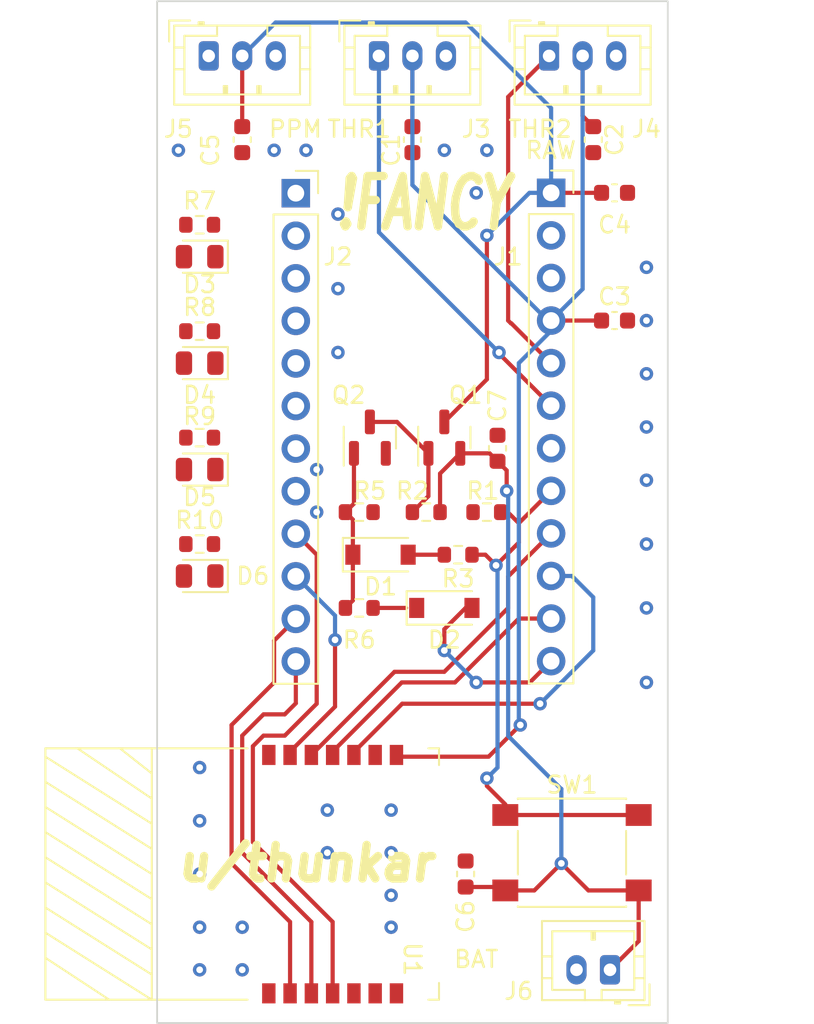
<source format=kicad_pcb>
(kicad_pcb (version 20211014) (generator pcbnew)
  (layers (0 "F.Cu" signal) (31 "B.Cu" signal) (34 "B.Paste" user) (35 "F.Paste" user) (36 "B.SilkS" user "B.Silkscreen") (37 "F.SilkS" user "F.Silkscreen") (38 "B.Mask" user) (39 "F.Mask" user) (44 "Edge.Cuts" user))
  (net 0 "")
  (net 1 "+5V")
  (net 2 "GND")
  (net 4 "+3V3")
  (net 5 "/MISO")
  (net 6 "/MOSI")
  (net 7 "Net-(D1-Pad1)")
  (net 11 "/NRESET")
  (net 12 "/DIO1")
  (net 13 "/RFBUSY")
  (net 16 "/SCK")
  (net 17 "/NSS")
  (net 18 "HALL2")
  (net 19 "HALL1")
  (net 20 "PPM")
  (net 21 "Net-(D1-Pad2)")
  (net 22 "Net-(D2-Pad1)")
  (net 23 "ON")
  (net 24 "Net-(Q1-Pad1)")
  (net 25 "VBAT")
  (net 26 "Net-(D4-Pad2)")
  (net 27 "Net-(D5-Pad2)")
  (net 28 "Net-(D6-Pad2)")
  (net 29 "L4")
  (net 30 "L3")
  (net 31 "L2")
  (net 32 "BSENSE")
  (net 33 "Net-(D3-Pad2)")
  (footprint "Resistor_SMD:R_0603_1608Metric" (layer "F.Cu") (at 137.795 90.17 180)
    (fp_text reference "R1" (at 0.237258 1.27 180) (layer "F.SilkS"))
    (fp_text value "220K")
    (fp_line (start -0.237258 0.5225) (end 0.237258 0.5225) (layer "F.SilkS") (width 0.12))
    (fp_line (start -0.237258 -0.5225) (end 0.237258 -0.5225) (layer "F.SilkS") (width 0.12))
    (pad "1" smd roundrect (at -0.825 0 180) (size 0.8 0.95) (layers "F.Cu" "F.Paste" "F.Mask") (net 32 "BSENSE"))
    (pad "2" smd roundrect (at 0.825 0 180) (size 0.8 0.95) (layers "F.Cu" "F.Paste" "F.Mask") (net 2 "GND"))
  )
  (footprint "Capacitor_SMD:C_0603_1608Metric" (layer "F.Cu") (at 144.145 67.945 -90)
    (fp_text reference "C2" (at 0 -1.27 -90) (layer "F.SilkS"))
    (fp_text value "1uF")
    (fp_line (start -0.14058 -0.51) (end 0.14058 -0.51) (layer "F.SilkS") (width 0.12))
    (fp_line (start -0.14058 0.51) (end 0.14058 0.51) (layer "F.SilkS") (width 0.12))
    (pad "1" smd roundrect (at -0.775 0 270) (size 0.9 0.95) (layers "F.Cu" "F.Paste" "F.Mask") (net 4 "+3V3"))
    (pad "2" smd roundrect (at 0.775 0 270) (size 0.9 0.95) (layers "F.Cu" "F.Paste" "F.Mask") (net 2 "GND"))
  )
  (footprint "Capacitor_SMD:C_0603_1608Metric" (layer "F.Cu") (at 123.19 67.945 -90)
    (fp_text reference "C5" (at 0.635 1.905 90) (layer "F.SilkS"))
    (fp_text value "1uF")
    (fp_line (start -0.14058 -0.51) (end 0.14058 -0.51) (layer "F.SilkS") (width 0.12))
    (fp_line (start -0.14058 0.51) (end 0.14058 0.51) (layer "F.SilkS") (width 0.12))
    (pad "1" smd roundrect (at -0.775 0 270) (size 0.9 0.95) (layers "F.Cu" "F.Paste" "F.Mask") (net 1 "+5V"))
    (pad "2" smd roundrect (at 0.775 0 270) (size 0.9 0.95) (layers "F.Cu" "F.Paste" "F.Mask") (net 2 "GND"))
  )
  (footprint "Resistor_SMD:R_0603_1608Metric" (layer "F.Cu") (at 120.65 85.725)
    (fp_text reference "R9" (at 0 -1.27) (layer "F.SilkS"))
    (fp_text value "220")
    (fp_line (start -0.237258 0.5225) (end 0.237258 0.5225) (layer "F.SilkS") (width 0.12))
    (fp_line (start -0.237258 -0.5225) (end 0.237258 -0.5225) (layer "F.SilkS") (width 0.12))
    (pad "1" smd roundrect (at -0.825 0) (size 0.8 0.95) (layers "F.Cu" "F.Paste" "F.Mask") (net 27 "Net-(D5-Pad2)"))
    (pad "2" smd roundrect (at 0.825 0) (size 0.8 0.95) (layers "F.Cu" "F.Paste" "F.Mask") (net 30 "L3"))
  )
  (footprint "LED_SMD:LED_0805_2012Metric" (layer "F.Cu") (at 120.65 74.93 180)
    (fp_text reference "D3" (at 0 -1.65) (layer "F.SilkS"))
    (fp_text value "LED")
    (fp_line (start -1.685 0.96) (end 1 0.96) (layer "F.SilkS") (width 0.12))
    (fp_line (start -1.685 -0.96) (end -1.685 0.96) (layer "F.SilkS") (width 0.12))
    (fp_line (start 1 -0.96) (end -1.685 -0.96) (layer "F.SilkS") (width 0.12))
    (pad "1" smd roundrect (at -0.9375 0 180) (size 0.975 1.4) (layers "F.Cu" "F.Paste" "F.Mask") (net 2 "GND"))
    (pad "2" smd roundrect (at 0.9375 0 180) (size 0.975 1.4) (layers "F.Cu" "F.Paste" "F.Mask") (net 33 "Net-(D3-Pad2)"))
  )
  (footprint "Connector_PinSocket_2.54mm:PinSocket_1x12_P2.54mm_Vertical" (layer "F.Cu") (at 126.39 71.14)
    (fp_text reference "J2" (at 2.515 3.79) (layer "F.SilkS"))
    (fp_text value "Arduino Digital")
    (fp_line (start -1.33 1.27) (end -1.33 29.27) (layer "F.SilkS") (width 0.12))
    (fp_line (start -1.33 29.27) (end 1.33 29.27) (layer "F.SilkS") (width 0.12))
    (fp_line (start 1.33 1.27) (end 1.33 29.27) (layer "F.SilkS") (width 0.12))
    (fp_line (start -1.33 1.27) (end 1.33 1.27) (layer "F.SilkS") (width 0.12))
    (fp_line (start 0 -1.33) (end 1.33 -1.33) (layer "F.SilkS") (width 0.12))
    (fp_line (start 1.33 -1.33) (end 1.33 0) (layer "F.SilkS") (width 0.12))
    (pad "1" thru_hole rect (at 0 0) (size 1.7 1.7) (drill 1) (layers *.Cu *.Mask))
    (pad "2" thru_hole oval (at 0 2.54) (size 1.7 1.7) (drill 1) (layers *.Cu *.Mask))
    (pad "3" thru_hole oval (at 0 5.08) (size 1.7 1.7) (drill 1) (layers *.Cu *.Mask))
    (pad "4" thru_hole oval (at 0 7.62) (size 1.7 1.7) (drill 1) (layers *.Cu *.Mask) (net 2 "GND"))
    (pad "5" thru_hole oval (at 0 10.16) (size 1.7 1.7) (drill 1) (layers *.Cu *.Mask) (net 20 "PPM"))
    (pad "6" thru_hole oval (at 0 12.7) (size 1.7 1.7) (drill 1) (layers *.Cu *.Mask) (net 31 "L2"))
    (pad "7" thru_hole oval (at 0 15.24) (size 1.7 1.7) (drill 1) (layers *.Cu *.Mask) (net 30 "L3"))
    (pad "8" thru_hole oval (at 0 17.78) (size 1.7 1.7) (drill 1) (layers *.Cu *.Mask) (net 29 "L4"))
    (pad "9" thru_hole oval (at 0 20.32) (size 1.7 1.7) (drill 1) (layers *.Cu *.Mask) (net 12 "/DIO1"))
    (pad "10" thru_hole oval (at 0 22.86) (size 1.7 1.7) (drill 1) (layers *.Cu *.Mask) (net 17 "/NSS"))
    (pad "11" thru_hole oval (at 0 25.4) (size 1.7 1.7) (drill 1) (layers *.Cu *.Mask) (net 11 "/NRESET"))
    (pad "12" thru_hole oval (at 0 27.94) (size 1.7 1.7) (drill 1) (layers *.Cu *.Mask) (net 13 "/RFBUSY"))
  )
  (footprint "Resistor_SMD:R_0603_1608Metric" (layer "F.Cu") (at 136.08 92.71 180)
    (fp_text reference "R3" (at 0 -1.43 180) (layer "F.SilkS"))
    (fp_text value "10K")
    (fp_line (start -0.237258 0.5225) (end 0.237258 0.5225) (layer "F.SilkS") (width 0.12))
    (fp_line (start -0.237258 -0.5225) (end 0.237258 -0.5225) (layer "F.SilkS") (width 0.12))
    (pad "1" smd roundrect (at -0.825 0 180) (size 0.8 0.95) (layers "F.Cu" "F.Paste" "F.Mask") (net 32 "BSENSE"))
    (pad "2" smd roundrect (at 0.825 0 180) (size 0.8 0.95) (layers "F.Cu" "F.Paste" "F.Mask") (net 21 "Net-(D1-Pad2)"))
  )
  (footprint "unfancyRemote_components:E28-2G4M12S" (layer "F.Cu") (at 119.6975 111.26 -90)
    (fp_text reference "U1" (at 5.58 -13.6525 -90 unlocked) (layer "F.SilkS"))
    (fp_text value "E28-2G4M12S")
    (fp_line (start -7 8.255) (end -7 -3.81) (layer "F.SilkS") (width 0.12))
    (fp_line (start -7 1.905) (end 8 1.905) (layer "F.SilkS") (width 0.12))
    (fp_line (start 8 -15.24) (end 7 -15.24) (layer "F.SilkS") (width 0.12))
    (fp_line (start -1 1.905) (end -5 8.255) (layer "F.SilkS") (width 0.12))
    (fp_line (start 3.5 1.905) (end -0.5 8.255) (layer "F.SilkS") (width 0.12))
    (fp_line (start -7 -15.24) (end -6 -15.24) (layer "F.SilkS") (width 0.12))
    (fp_line (start 5 1.905) (end 1 8.255) (layer "F.SilkS") (width 0.12))
    (fp_line (start -4 1.905) (end -7 6.35) (layer "F.SilkS") (width 0.12))
    (fp_line (start -7 -14.605) (end -7 -15.24) (layer "F.SilkS") (width 0.12))
    (fp_line (start 2 1.905) (end -2 8.255) (layer "F.SilkS") (width 0.12))
    (fp_line (start -2.5 1.905) (end -6.5 8.255) (layer "F.SilkS") (width 0.12))
    (fp_line (start 8 -14.605) (end 8 -15.24) (layer "F.SilkS") (width 0.12))
    (fp_line (start 6.5 1.905) (end 2.5 8.255) (layer "F.SilkS") (width 0.12))
    (fp_line (start 8 4.445) (end 5.5 8.255) (layer "F.SilkS") (width 0.12))
    (fp_line (start -7 8.255) (end 8 8.255) (layer "F.SilkS") (width 0.12))
    (fp_line (start 0.5 1.905) (end -3.5 8.255) (layer "F.SilkS") (width 0.12))
    (fp_line (start 8 1.905) (end 4 8.255) (layer "F.SilkS") (width 0.12))
    (fp_line (start -5.5 1.905) (end -7 3.81) (layer "F.SilkS") (width 0.12))
    (fp_line (start 8 8.255) (end 8 -3.81) (layer "F.SilkS") (width 0.12))
    (pad "1" smd rect (at -6.604 -12.7 270) (size 1.2 0.8) (layers "F.Cu" "F.Paste" "F.Mask") (net 4 "+3V3"))
    (pad "2" smd rect (at -6.604 -11.43 270) (size 1.2 0.8) (layers "F.Cu" "F.Paste" "F.Mask") (net 2 "GND"))
    (pad "3" smd rect (at -6.604 -10.16 270) (size 1.2 0.8) (layers "F.Cu" "F.Paste" "F.Mask") (net 5 "/MISO"))
    (pad "4" smd rect (at -6.604 -8.89 270) (size 1.2 0.8) (layers "F.Cu" "F.Paste" "F.Mask") (net 6 "/MOSI"))
    (pad "5" smd rect (at -6.604 -7.62 270) (size 1.2 0.8) (layers "F.Cu" "F.Paste" "F.Mask") (net 16 "/SCK"))
    (pad "6" smd rect (at -6.604 -6.35 270) (size 1.2 0.8) (layers "F.Cu" "F.Paste" "F.Mask") (net 17 "/NSS"))
    (pad "7" smd rect (at -6.604 -5.08 270) (size 1.2 0.8) (layers "F.Cu" "F.Paste" "F.Mask") (net 2 "GND"))
    (pad "8" smd rect (at 7.62 -5.08 270) (size 1.2 0.8) (layers "F.Cu" "F.Paste" "F.Mask") (net 2 "GND"))
    (pad "9" smd rect (at 7.62 -6.35 270) (size 1.2 0.8) (layers "F.Cu" "F.Paste" "F.Mask") (net 11 "/NRESET"))
    (pad "10" smd rect (at 7.62 -7.62 270) (size 1.2 0.8) (layers "F.Cu" "F.Paste" "F.Mask") (net 13 "/RFBUSY"))
    (pad "11" smd rect (at 7.62 -8.89 270) (size 1.2 0.8) (layers "F.Cu" "F.Paste" "F.Mask") (net 12 "/DIO1"))
    (pad "12" smd rect (at 7.62 -10.16 270) (size 1.2 0.8) (layers "F.Cu" "F.Paste" "F.Mask"))
    (pad "13" smd rect (at 7.62 -11.43 270) (size 1.2 0.8) (layers "F.Cu" "F.Paste" "F.Mask"))
    (pad "14" smd rect (at 7.62 -12.7 270) (size 1.2 0.8) (layers "F.Cu" "F.Paste" "F.Mask") (net 2 "GND"))
  )
  (footprint "Capacitor_SMD:C_0603_1608Metric" (layer "F.Cu") (at 145.415 71.12)
    (fp_text reference "C4" (at 0 1.905) (layer "F.SilkS"))
    (fp_text value "1uF")
    (fp_line (start -0.14058 -0.51) (end 0.14058 -0.51) (layer "F.SilkS") (width 0.12))
    (fp_line (start -0.14058 0.51) (end 0.14058 0.51) (layer "F.SilkS") (width 0.12))
    (pad "1" smd roundrect (at -0.775 0) (size 0.9 0.95) (layers "F.Cu" "F.Paste" "F.Mask") (net 1 "+5V"))
    (pad "2" smd roundrect (at 0.775 0) (size 0.9 0.95) (layers "F.Cu" "F.Paste" "F.Mask") (net 2 "GND"))
  )
  (footprint "Connector_PinSocket_2.54mm:PinSocket_1x12_P2.54mm_Vertical" (layer "F.Cu") (at 141.63 71.12)
    (fp_text reference "J1" (at -2.565 3.81) (layer "F.SilkS"))
    (fp_text value "Arduino Analog")
    (fp_line (start 1.33 1.27) (end 1.33 29.27) (layer "F.SilkS") (width 0.12))
    (fp_line (start 0 -1.33) (end 1.33 -1.33) (layer "F.SilkS") (width 0.12))
    (fp_line (start 1.33 -1.33) (end 1.33 0) (layer "F.SilkS") (width 0.12))
    (fp_line (start -1.33 1.27) (end -1.33 29.27) (layer "F.SilkS") (width 0.12))
    (fp_line (start -1.33 29.27) (end 1.33 29.27) (layer "F.SilkS") (width 0.12))
    (fp_line (start -1.33 1.27) (end 1.33 1.27) (layer "F.SilkS") (width 0.12))
    (pad "1" thru_hole rect (at 0 0) (size 1.7 1.7) (drill 1) (layers *.Cu *.Mask) (net 1 "+5V"))
    (pad "2" thru_hole oval (at 0 2.54) (size 1.7 1.7) (drill 1) (layers *.Cu *.Mask) (net 2 "GND"))
    (pad "3" thru_hole oval (at 0 5.08) (size 1.7 1.7) (drill 1) (layers *.Cu *.Mask))
    (pad "4" thru_hole oval (at 0 7.62) (size 1.7 1.7) (drill 1) (layers *.Cu *.Mask) (net 4 "+3V3"))
    (pad "5" thru_hole oval (at 0 10.16) (size 1.7 1.7) (drill 1) (layers *.Cu *.Mask) (net 18 "HALL2"))
    (pad "6" thru_hole oval (at 0 12.7) (size 1.7 1.7) (drill 1) (layers *.Cu *.Mask) (net 19 "HALL1"))
    (pad "7" thru_hole oval (at 0 15.24) (size 1.7 1.7) (drill 1) (layers *.Cu *.Mask) (net 25 "VBAT"))
    (pad "8" thru_hole oval (at 0 17.78) (size 1.7 1.7) (drill 1) (layers *.Cu *.Mask) (net 32 "BSENSE"))
    (pad "9" thru_hole oval (at 0 20.32) (size 1.7 1.7) (drill 1) (layers *.Cu *.Mask) (net 16 "/SCK"))
    (pad "10" thru_hole oval (at 0 22.86) (size 1.7 1.7) (drill 1) (layers *.Cu *.Mask) (net 5 "/MISO"))
    (pad "11" thru_hole oval (at 0 25.4) (size 1.7 1.7) (drill 1) (layers *.Cu *.Mask) (net 6 "/MOSI"))
    (pad "12" thru_hole oval (at 0 27.94) (size 1.7 1.7) (drill 1) (layers *.Cu *.Mask) (net 23 "ON"))
  )
  (footprint "MountingHole:MountingHole_3.2mm_M3_DIN965" (layer "F.Cu") (at 133.35 80.645)
    (fp_text reference " " (at 0 -3.8) (layer "F.SilkS"))
    (fp_text value "MountingHole_3.2mm_M3_DIN965")
    (pad "" np_thru_hole circle (at 0 0) (size 3.2 3.2) (drill 3.2) (layers *.Cu *.Mask))
  )
  (footprint "Resistor_SMD:R_0603_1608Metric" (layer "F.Cu") (at 134.175 90.17 180)
    (fp_text reference "R2" (at 0.825 1.27 180) (layer "F.SilkS"))
    (fp_text value "100K")
    (fp_line (start -0.237258 -0.5225) (end 0.237258 -0.5225) (layer "F.SilkS") (width 0.12))
    (fp_line (start -0.237258 0.5225) (end 0.237258 0.5225) (layer "F.SilkS") (width 0.12))
    (pad "1" smd roundrect (at -0.825 0 180) (size 0.8 0.95) (layers "F.Cu" "F.Paste" "F.Mask") (net 25 "VBAT"))
    (pad "2" smd roundrect (at 0.825 0 180) (size 0.8 0.95) (layers "F.Cu" "F.Paste" "F.Mask") (net 24 "Net-(Q1-Pad1)"))
  )
  (footprint "Capacitor_SMD:C_0603_1608Metric" (layer "F.Cu") (at 133.35 67.945 -90)
    (fp_text reference "C1" (at 0.635 1.27 -90) (layer "F.SilkS"))
    (fp_text value "1uF")
    (fp_line (start -0.14058 -0.51) (end 0.14058 -0.51) (layer "F.SilkS") (width 0.12))
    (fp_line (start -0.14058 0.51) (end 0.14058 0.51) (layer "F.SilkS") (width 0.12))
    (pad "1" smd roundrect (at -0.775 0 270) (size 0.9 0.95) (layers "F.Cu" "F.Paste" "F.Mask") (net 4 "+3V3"))
    (pad "2" smd roundrect (at 0.775 0 270) (size 0.9 0.95) (layers "F.Cu" "F.Paste" "F.Mask") (net 2 "GND"))
  )
  (footprint "Diode_SMD:D_SOD-123" (layer "F.Cu") (at 131.445 92.71)
    (fp_text reference "D1" (at 0 1.905) (layer "F.SilkS"))
    (fp_text value "MMSD914")
    (fp_line (start -2.25 -1) (end 1.65 -1) (layer "F.SilkS") (width 0.12))
    (fp_line (start -2.25 -1) (end -2.25 1) (layer "F.SilkS") (width 0.12))
    (fp_line (start -2.25 1) (end 1.65 1) (layer "F.SilkS") (width 0.12))
    (pad "1" smd rect (at -1.65 0) (size 0.9 1.2) (layers "F.Cu" "F.Paste" "F.Mask") (net 7 "Net-(D1-Pad1)"))
    (pad "2" smd rect (at 1.65 0) (size 0.9 1.2) (layers "F.Cu" "F.Paste" "F.Mask") (net 21 "Net-(D1-Pad2)"))
  )
  (footprint "Capacitor_SMD:C_0603_1608Metric" (layer "F.Cu") (at 145.415 78.74)
    (fp_text reference "C3" (at 0 -1.43) (layer "F.SilkS"))
    (fp_text value "1uF")
    (fp_line (start -0.14058 0.51) (end 0.14058 0.51) (layer "F.SilkS") (width 0.12))
    (fp_line (start -0.14058 -0.51) (end 0.14058 -0.51) (layer "F.SilkS") (width 0.12))
    (pad "1" smd roundrect (at -0.775 0) (size 0.9 0.95) (layers "F.Cu" "F.Paste" "F.Mask") (net 4 "+3V3"))
    (pad "2" smd roundrect (at 0.775 0) (size 0.9 0.95) (layers "F.Cu" "F.Paste" "F.Mask") (net 2 "GND"))
  )
  (footprint "Connector_JST:JST_PH_B2B-PH-K_1x02_P2.00mm_Vertical" (layer "F.Cu") (at 145.145 117.475 180)
    (fp_text reference "J6" (at 5.445 -1.27) (layer "F.SilkS"))
    (fp_text value "Conn_01x02")
    (fp_line (start -2.06 -0.5) (end -1.45 -0.5) (layer "F.SilkS") (width 0.12))
    (fp_line (start -2.06 2.91) (end 4.06 2.91) (layer "F.SilkS") (width 0.12))
    (fp_line (start 0.5 -1.81) (end 0.5 -1.2) (layer "F.SilkS") (width 0.12))
    (fp_line (start -1.11 -2.11) (end -2.36 -2.11) (layer "F.SilkS") (width 0.12))
    (fp_line (start 4.06 -0.5) (end 3.45 -0.5) (layer "F.SilkS") (width 0.12))
    (fp_line (start 1 2.3) (end 1 1.8) (layer "F.SilkS") (width 0.12))
    (fp_line (start -0.6 -2.01) (end -0.6 -1.81) (layer "F.SilkS") (width 0.12))
    (fp_line (start -0.3 -1.81) (end -0.3 -2.01) (layer "F.SilkS") (width 0.12))
    (fp_line (start 1.1 1.8) (end 1.1 2.3) (layer "F.SilkS") (width 0.12))
    (fp_line (start 3.45 2.3) (end 3.45 -1.2) (layer "F.SilkS") (width 0.12))
    (fp_line (start -2.36 -2.11) (end -2.36 -0.86) (layer "F.SilkS") (width 0.12))
    (fp_line (start 0.5 -1.2) (end -1.45 -1.2) (layer "F.SilkS") (width 0.12))
    (fp_line (start 0.9 1.8) (end 1.1 1.8) (layer "F.SilkS") (width 0.12))
    (fp_line (start 3.45 -1.2) (end 1.5 -1.2) (layer "F.SilkS") (width 0.12))
    (fp_line (start 4.06 2.91) (end 4.06 -1.81) (layer "F.SilkS") (width 0.12))
    (fp_line (start -1.45 -1.2) (end -1.45 2.3) (layer "F.SilkS") (width 0.12))
    (fp_line (start -0.3 -1.91) (end -0.6 -1.91) (layer "F.SilkS") (width 0.12))
    (fp_line (start 0.9 2.3) (end 0.9 1.8) (layer "F.SilkS") (width 0.12))
    (fp_line (start -2.06 0.8) (end -1.45 0.8) (layer "F.SilkS") (width 0.12))
    (fp_line (start -1.45 2.3) (end 3.45 2.3) (layer "F.SilkS") (width 0.12))
    (fp_line (start 1.5 -1.2) (end 1.5 -1.81) (layer "F.SilkS") (width 0.12))
    (fp_line (start 4.06 0.8) (end 3.45 0.8) (layer "F.SilkS") (width 0.12))
    (fp_line (start -0.3 -2.01) (end -0.6 -2.01) (layer "F.SilkS") (width 0.12))
    (fp_line (start -2.06 -1.81) (end -2.06 2.91) (layer "F.SilkS") (width 0.12))
    (fp_line (start 4.06 -1.81) (end -2.06 -1.81) (layer "F.SilkS") (width 0.12))
    (pad "1" thru_hole roundrect (at 0 0 180) (size 1.2 1.75) (drill 0.75) (layers *.Cu *.Mask) (roundrect_rratio 0.2083333333) (net 25 "VBAT"))
    (pad "2" thru_hole oval (at 2 0 180) (size 1.2 1.75) (drill 0.75) (layers *.Cu *.Mask) (net 2 "GND"))
  )
  (footprint "Resistor_SMD:R_0603_1608Metric" (layer "F.Cu") (at 130.175 90.17)
    (fp_text reference "R5" (at 0.635 -1.27) (layer "F.SilkS"))
    (fp_text value "100K")
    (fp_line (start -0.237258 0.5225) (end 0.237258 0.5225) (layer "F.SilkS") (width 0.12))
    (fp_line (start -0.237258 -0.5225) (end 0.237258 -0.5225) (layer "F.SilkS") (width 0.12))
    (pad "1" smd roundrect (at -0.825 0) (size 0.8 0.95) (layers "F.Cu" "F.Paste" "F.Mask") (net 7 "Net-(D1-Pad1)"))
    (pad "2" smd roundrect (at 0.825 0) (size 0.8 0.95) (layers "F.Cu" "F.Paste" "F.Mask") (net 2 "GND"))
  )
  (footprint "LED_SMD:LED_0805_2012Metric" (layer "F.Cu") (at 120.65 81.28 180)
    (fp_text reference "D4" (at 0 -1.905) (layer "F.SilkS"))
    (fp_text value "LED")
    (fp_line (start -1.685 0.96) (end 1 0.96) (layer "F.SilkS") (width 0.12))
    (fp_line (start -1.685 -0.96) (end -1.685 0.96) (layer "F.SilkS") (width 0.12))
    (fp_line (start 1 -0.96) (end -1.685 -0.96) (layer "F.SilkS") (width 0.12))
    (pad "1" smd roundrect (at -0.9375 0 180) (size 0.975 1.4) (layers "F.Cu" "F.Paste" "F.Mask") (net 2 "GND"))
    (pad "2" smd roundrect (at 0.9375 0 180) (size 0.975 1.4) (layers "F.Cu" "F.Paste" "F.Mask") (net 26 "Net-(D4-Pad2)"))
  )
  (footprint "MountingHole:MountingHole_3.2mm_M3_DIN965" (layer "F.Cu") (at 144.78 103.505)
    (fp_text reference " " (at 0 -3.8) (layer "F.SilkS"))
    (fp_text value "MountingHole_3.2mm_M3_DIN965")
    (pad "" np_thru_hole circle (at 0 0) (size 3.2 3.2) (drill 3.2) (layers *.Cu *.Mask))
  )
  (footprint "Resistor_SMD:R_0603_1608Metric" (layer "F.Cu") (at 120.65 92.075)
    (fp_text reference "R10" (at 0 -1.43) (layer "F.SilkS"))
    (fp_text value "220")
    (fp_line (start -0.237258 0.5225) (end 0.237258 0.5225) (layer "F.SilkS") (width 0.12))
    (fp_line (start -0.237258 -0.5225) (end 0.237258 -0.5225) (layer "F.SilkS") (width 0.12))
    (pad "1" smd roundrect (at -0.825 0) (size 0.8 0.95) (layers "F.Cu" "F.Paste" "F.Mask") (net 28 "Net-(D6-Pad2)"))
    (pad "2" smd roundrect (at 0.825 0) (size 0.8 0.95) (layers "F.Cu" "F.Paste" "F.Mask") (net 29 "L4"))
  )
  (footprint "Capacitor_SMD:C_0603_1608Metric" (layer "F.Cu") (at 136.525 111.76 90)
    (fp_text reference "C6" (at -2.54 0 90) (layer "F.SilkS"))
    (fp_text value "1uF")
    (fp_line (start -0.14058 0.51) (end 0.14058 0.51) (layer "F.SilkS") (width 0.12))
    (fp_line (start -0.14058 -0.51) (end 0.14058 -0.51) (layer "F.SilkS") (width 0.12))
    (pad "1" smd roundrect (at -0.775 0 90) (size 0.9 0.95) (layers "F.Cu" "F.Paste" "F.Mask") (net 25 "VBAT"))
    (pad "2" smd roundrect (at 0.775 0 90) (size 0.9 0.95) (layers "F.Cu" "F.Paste" "F.Mask") (net 2 "GND"))
  )
  (footprint "Package_TO_SOT_SMD:SOT-23" (layer "F.Cu") (at 135.255 85.725 90)
    (fp_text reference "Q1" (at 2.54 1.27 180) (layer "F.SilkS"))
    (fp_text value "AO3401A")
    (fp_line (start 0 1.56) (end -0.65 1.56) (layer "F.SilkS") (width 0.12))
    (fp_line (start 0 -1.56) (end -1.675 -1.56) (layer "F.SilkS") (width 0.12))
    (fp_line (start 0 1.56) (end 0.65 1.56) (layer "F.SilkS") (width 0.12))
    (fp_line (start 0 -1.56) (end 0.65 -1.56) (layer "F.SilkS") (width 0.12))
    (pad "1" smd roundrect (at -0.9375 -0.95 90) (size 1.475 0.6) (layers "F.Cu" "F.Paste" "F.Mask") (net 24 "Net-(Q1-Pad1)"))
    (pad "2" smd roundrect (at -0.9375 0.95 90) (size 1.475 0.6) (layers "F.Cu" "F.Paste" "F.Mask") (net 25 "VBAT"))
    (pad "3" smd roundrect (at 0.9375 0 90) (size 1.475 0.6) (layers "F.Cu" "F.Paste" "F.Mask") (net 1 "+5V"))
  )
  (footprint "Connector_JST:JST_PH_B3B-PH-K_1x03_P2.00mm_Vertical" (layer "F.Cu") (at 131.35 62.95)
    (fp_text reference "J3" (at 5.81 4.36) (layer "F.SilkS"))
    (fp_text value "HALL1")
    (fp_line (start -0.6 -2.01) (end -0.6 -1.81) (layer "F.SilkS") (width 0.12))
    (fp_line (start 0.5 -1.81) (end 0.5 -1.2) (layer "F.SilkS") (width 0.12))
    (fp_line (start 6.06 -1.81) (end -2.06 -1.81) (layer "F.SilkS") (width 0.12))
    (fp_line (start 5.45 -1.2) (end 3.5 -1.2) (layer "F.SilkS") (width 0.12))
    (fp_line (start -1.45 -1.2) (end -1.45 2.3) (layer "F.SilkS") (width 0.12))
    (fp_line (start 2.9 2.3) (end 2.9 1.8) (layer "F.SilkS") (width 0.12))
    (fp_line (start -2.06 0.8) (end -1.45 0.8) (layer "F.SilkS") (width 0.12))
    (fp_line (start -2.06 -1.81) (end -2.06 2.91) (layer "F.SilkS") (width 0.12))
    (fp_line (start 6.06 -0.5) (end 5.45 -0.5) (layer "F.SilkS") (width 0.12))
    (fp_line (start -2.06 2.91) (end 6.06 2.91) (layer "F.SilkS") (width 0.12))
    (fp_line (start 0.9 1.8) (end 1.1 1.8) (layer "F.SilkS") (width 0.12))
    (fp_line (start 1.1 1.8) (end 1.1 2.3) (layer "F.SilkS") (width 0.12))
    (fp_line (start -0.3 -1.91) (end -0.6 -1.91) (layer "F.SilkS") (width 0.12))
    (fp_line (start 2.9 1.8) (end 3.1 1.8) (layer "F.SilkS") (width 0.12))
    (fp_line (start 3.1 1.8) (end 3.1 2.3) (layer "F.SilkS") (width 0.12))
    (fp_line (start -2.06 -0.5) (end -1.45 -0.5) (layer "F.SilkS") (width 0.12))
    (fp_line (start -1.11 -2.11) (end -2.36 -2.11) (layer "F.SilkS") (width 0.12))
    (fp_line (start -0.3 -1.81) (end -0.3 -2.01) (layer "F.SilkS") (width 0.12))
    (fp_line (start -1.45 2.3) (end 5.45 2.3) (layer "F.SilkS") (width 0.12))
    (fp_line (start -2.36 -2.11) (end -2.36 -0.86) (layer "F.SilkS") (width 0.12))
    (fp_line (start 6.06 0.8) (end 5.45 0.8) (layer "F.SilkS") (width 0.12))
    (fp_line (start 3.5 -1.2) (end 3.5 -1.81) (layer "F.SilkS") (width 0.12))
    (fp_line (start 1 2.3) (end 1 1.8) (layer "F.SilkS") (width 0.12))
    (fp_line (start -0.3 -2.01) (end -0.6 -2.01) (layer "F.SilkS") (width 0.12))
    (fp_line (start 6.06 2.91) (end 6.06 -1.81) (layer "F.SilkS") (width 0.12))
    (fp_line (start 5.45 2.3) (end 5.45 -1.2) (layer "F.SilkS") (width 0.12))
    (fp_line (start 0.5 -1.2) (end -1.45 -1.2) (layer "F.SilkS") (width 0.12))
    (fp_line (start 0.9 2.3) (end 0.9 1.8) (layer "F.SilkS") (width 0.12))
    (fp_line (start 3 2.3) (end 3 1.8) (layer "F.SilkS") (width 0.12))
    (pad "1" thru_hole roundrect (at 0 0) (size 1.2 1.75) (drill 0.75) (layers *.Cu *.Mask) (roundrect_rratio 0.2083333333) (net 19 "HALL1"))
    (pad "2" thru_hole oval (at 2 0) (size 1.2 1.75) (drill 0.75) (layers *.Cu *.Mask) (net 4 "+3V3"))
    (pad "3" thru_hole oval (at 4 0) (size 1.2 1.75) (drill 0.75) (layers *.Cu *.Mask) (net 2 "GND"))
  )
  (footprint "Diode_SMD:D_SOD-123" (layer "F.Cu") (at 135.255 95.885)
    (fp_text reference "D2" (at 0 1.905) (layer "F.SilkS"))
    (fp_text value "MMSD914")
    (fp_line (start -2.25 -1) (end 1.65 -1) (layer "F.SilkS") (width 0.12))
    (fp_line (start -2.25 -1) (end -2.25 1) (layer "F.SilkS") (width 0.12))
    (fp_line (start -2.25 1) (end 1.65 1) (layer "F.SilkS") (width 0.12))
    (pad "1" smd rect (at -1.65 0) (size 0.9 1.2) (layers "F.Cu" "F.Paste" "F.Mask") (net 22 "Net-(D2-Pad1)"))
    (pad "2" smd rect (at 1.65 0) (size 0.9 1.2) (layers "F.Cu" "F.Paste" "F.Mask") (net 23 "ON"))
  )
  (footprint "MountingHole:MountingHole_3.2mm_M3_DIN965" (layer "F.Cu") (at 121.285 98.425)
    (fp_text reference " " (at 0 -3.8) (layer "F.SilkS"))
    (fp_text value "MountingHole_3.2mm_M3_DIN965")
    (pad "" np_thru_hole circle (at 0 0) (size 3.2 3.2) (drill 3.2) (layers *.Cu *.Mask))
  )
  (footprint "LED_SMD:LED_0805_2012Metric" (layer "F.Cu") (at 120.65 93.98 180)
    (fp_text reference "D6" (at -3.175 0) (layer "F.SilkS"))
    (fp_text value "LED")
    (fp_line (start -1.685 -0.96) (end -1.685 0.96) (layer "F.SilkS") (width 0.12))
    (fp_line (start -1.685 0.96) (end 1 0.96) (layer "F.SilkS") (width 0.12))
    (fp_line (start 1 -0.96) (end -1.685 -0.96) (layer "F.SilkS") (width 0.12))
    (pad "1" smd roundrect (at -0.9375 0 180) (size 0.975 1.4) (layers "F.Cu" "F.Paste" "F.Mask") (net 2 "GND"))
    (pad "2" smd roundrect (at 0.9375 0 180) (size 0.975 1.4) (layers "F.Cu" "F.Paste" "F.Mask") (net 28 "Net-(D6-Pad2)"))
  )
  (footprint "Connector_JST:JST_PH_B3B-PH-K_1x03_P2.00mm_Vertical" (layer "F.Cu") (at 141.51 62.95)
    (fp_text reference "J4" (at 5.81 4.36) (layer "F.SilkS"))
    (fp_text value "HALL2")
    (fp_line (start -2.06 -0.5) (end -1.45 -0.5) (layer "F.SilkS") (width 0.12))
    (fp_line (start 0.9 2.3) (end 0.9 1.8) (layer "F.SilkS") (width 0.12))
    (fp_line (start 1 2.3) (end 1 1.8) (layer "F.SilkS") (width 0.12))
    (fp_line (start 6.06 0.8) (end 5.45 0.8) (layer "F.SilkS") (width 0.12))
    (fp_line (start 6.06 2.91) (end 6.06 -1.81) (layer "F.SilkS") (width 0.12))
    (fp_line (start -2.36 -2.11) (end -2.36 -0.86) (layer "F.SilkS") (width 0.12))
    (fp_line (start 3.5 -1.2) (end 3.5 -1.81) (layer "F.SilkS") (width 0.12))
    (fp_line (start 6.06 -0.5) (end 5.45 -0.5) (layer "F.SilkS") (width 0.12))
    (fp_line (start 5.45 2.3) (end 5.45 -1.2) (layer "F.SilkS") (width 0.12))
    (fp_line (start 1.1 1.8) (end 1.1 2.3) (layer "F.SilkS") (width 0.12))
    (fp_line (start -0.3 -1.81) (end -0.3 -2.01) (layer "F.SilkS") (width 0.12))
    (fp_line (start -2.06 0.8) (end -1.45 0.8) (layer "F.SilkS") (width 0.12))
    (fp_line (start -0.6 -2.01) (end -0.6 -1.81) (layer "F.SilkS") (width 0.12))
    (fp_line (start 3 2.3) (end 3 1.8) (layer "F.SilkS") (width 0.12))
    (fp_line (start -0.3 -2.01) (end -0.6 -2.01) (layer "F.SilkS") (width 0.12))
    (fp_line (start 2.9 2.3) (end 2.9 1.8) (layer "F.SilkS") (width 0.12))
    (fp_line (start -0.3 -1.91) (end -0.6 -1.91) (layer "F.SilkS") (width 0.12))
    (fp_line (start 2.9 1.8) (end 3.1 1.8) (layer "F.SilkS") (width 0.12))
    (fp_line (start 0.9 1.8) (end 1.1 1.8) (layer "F.SilkS") (width 0.12))
    (fp_line (start -2.06 -1.81) (end -2.06 2.91) (layer "F.SilkS") (width 0.12))
    (fp_line (start 5.45 -1.2) (end 3.5 -1.2) (layer "F.SilkS") (width 0.12))
    (fp_line (start 0.5 -1.2) (end -1.45 -1.2) (layer "F.SilkS") (width 0.12))
    (fp_line (start 6.06 -1.81) (end -2.06 -1.81) (layer "F.SilkS") (width 0.12))
    (fp_line (start -1.45 2.3) (end 5.45 2.3) (layer "F.SilkS") (width 0.12))
    (fp_line (start -2.06 2.91) (end 6.06 2.91) (layer "F.SilkS") (width 0.12))
    (fp_line (start 0.5 -1.81) (end 0.5 -1.2) (layer "F.SilkS") (width 0.12))
    (fp_line (start -1.11 -2.11) (end -2.36 -2.11) (layer "F.SilkS") (width 0.12))
    (fp_line (start -1.45 -1.2) (end -1.45 2.3) (layer "F.SilkS") (width 0.12))
    (fp_line (start 3.1 1.8) (end 3.1 2.3) (layer "F.SilkS") (width 0.12))
    (pad "1" thru_hole roundrect (at 0 0) (size 1.2 1.75) (drill 0.75) (layers *.Cu *.Mask) (roundrect_rratio 0.2083333333) (net 18 "HALL2"))
    (pad "2" thru_hole oval (at 2 0) (size 1.2 1.75) (drill 0.75) (layers *.Cu *.Mask) (net 4 "+3V3"))
    (pad "3" thru_hole oval (at 4 0) (size 1.2 1.75) (drill 0.75) (layers *.Cu *.Mask) (net 2 "GND"))
  )
  (footprint "Package_TO_SOT_SMD:SOT-23" (layer "F.Cu") (at 130.81 85.725 90)
    (fp_text reference "Q2" (at 2.54 -1.27 180) (layer "F.SilkS"))
    (fp_text value "MMBT3904")
    (fp_line (start 0 1.56) (end 0.65 1.56) (layer "F.SilkS") (width 0.12))
    (fp_line (start 0 -1.56) (end 0.65 -1.56) (layer "F.SilkS") (width 0.12))
    (fp_line (start 0 1.56) (end -0.65 1.56) (layer "F.SilkS") (width 0.12))
    (fp_line (start 0 -1.56) (end -1.675 -1.56) (layer "F.SilkS") (width 0.12))
    (pad "1" smd roundrect (at -0.9375 -0.95 90) (size 1.475 0.6) (layers "F.Cu" "F.Paste" "F.Mask") (net 7 "Net-(D1-Pad1)"))
    (pad "2" smd roundrect (at -0.9375 0.95 90) (size 1.475 0.6) (layers "F.Cu" "F.Paste" "F.Mask") (net 2 "GND"))
    (pad "3" smd roundrect (at 0.9375 0 90) (size 1.475 0.6) (layers "F.Cu" "F.Paste" "F.Mask") (net 24 "Net-(Q1-Pad1)"))
  )
  (footprint "Resistor_SMD:R_0603_1608Metric" (layer "F.Cu") (at 120.65 73.025)
    (fp_text reference "R7" (at 0 -1.43) (layer "F.SilkS"))
    (fp_text value "220")
    (fp_line (start -0.237258 -0.5225) (end 0.237258 -0.5225) (layer "F.SilkS") (width 0.12))
    (fp_line (start -0.237258 0.5225) (end 0.237258 0.5225) (layer "F.SilkS") (width 0.12))
    (pad "1" smd roundrect (at -0.825 0) (size 0.8 0.95) (layers "F.Cu" "F.Paste" "F.Mask") (net 33 "Net-(D3-Pad2)"))
    (pad "2" smd roundrect (at 0.825 0) (size 0.8 0.95) (layers "F.Cu" "F.Paste" "F.Mask") (net 20 "PPM"))
  )
  (footprint "LED_SMD:LED_0805_2012Metric" (layer "F.Cu") (at 120.65 87.63 180)
    (fp_text reference "D5" (at 0 -1.65) (layer "F.SilkS"))
    (fp_text value "LED")
    (fp_line (start -1.685 -0.96) (end -1.685 0.96) (layer "F.SilkS") (width 0.12))
    (fp_line (start -1.685 0.96) (end 1 0.96) (layer "F.SilkS") (width 0.12))
    (fp_line (start 1 -0.96) (end -1.685 -0.96) (layer "F.SilkS") (width 0.12))
    (pad "1" smd roundrect (at -0.9375 0 180) (size 0.975 1.4) (layers "F.Cu" "F.Paste" "F.Mask") (net 2 "GND"))
    (pad "2" smd roundrect (at 0.9375 0 180) (size 0.975 1.4) (layers "F.Cu" "F.Paste" "F.Mask") (net 27 "Net-(D5-Pad2)"))
  )
  (footprint "Capacitor_SMD:C_0603_1608Metric" (layer "F.Cu") (at 138.43 86.36 90)
    (fp_text reference "C7" (at 2.54 0 90) (layer "F.SilkS"))
    (fp_text value "1uF")
    (fp_line (start -0.14058 0.51) (end 0.14058 0.51) (layer "F.SilkS") (width 0.12))
    (fp_line (start -0.14058 -0.51) (end 0.14058 -0.51) (layer "F.SilkS") (width 0.12))
    (pad "1" smd roundrect (at -0.775 0 90) (size 0.9 0.95) (layers "F.Cu" "F.Paste" "F.Mask") (net 25 "VBAT"))
    (pad "2" smd roundrect (at 0.775 0 90) (size 0.9 0.95) (layers "F.Cu" "F.Paste" "F.Mask") (net 2 "GND"))
  )
  (footprint "Connector_JST:JST_PH_B3B-PH-K_1x03_P2.00mm_Vertical" (layer "F.Cu") (at 121.19 62.95)
    (fp_text reference "J5" (at -1.81 4.36) (layer "F.SilkS"))
    (fp_text value "PPM")
    (fp_line (start 3.1 1.8) (end 3.1 2.3) (layer "F.SilkS") (width 0.12))
    (fp_line (start 3 2.3) (end 3 1.8) (layer "F.SilkS") (width 0.12))
    (fp_line (start -1.45 2.3) (end 5.45 2.3) (layer "F.SilkS") (width 0.12))
    (fp_line (start -2.06 -1.81) (end -2.06 2.91) (layer "F.SilkS") (width 0.12))
    (fp_line (start 6.06 0.8) (end 5.45 0.8) (layer "F.SilkS") (width 0.12))
    (fp_line (start 5.45 2.3) (end 5.45 -1.2) (layer "F.SilkS") (width 0.12))
    (fp_line (start -0.3 -2.01) (end -0.6 -2.01) (layer "F.SilkS") (width 0.12))
    (fp_line (start 0.9 1.8) (end 1.1 1.8) (layer "F.SilkS") (width 0.12))
    (fp_line (start 6.06 -1.81) (end -2.06 -1.81) (layer "F.SilkS") (width 0.12))
    (fp_line (start -2.06 -0.5) (end -1.45 -0.5) (layer "F.SilkS") (width 0.12))
    (fp_line (start 5.45 -1.2) (end 3.5 -1.2) (layer "F.SilkS") (width 0.12))
    (fp_line (start 6.06 2.91) (end 6.06 -1.81) (layer "F.SilkS") (width 0.12))
    (fp_line (start -0.6 -2.01) (end -0.6 -1.81) (layer "F.SilkS") (width 0.12))
    (fp_line (start 6.06 -0.5) (end 5.45 -0.5) (layer "F.SilkS") (width 0.12))
    (fp_line (start -1.45 -1.2) (end -1.45 2.3) (layer "F.SilkS") (width 0.12))
    (fp_line (start 1 2.3) (end 1 1.8) (layer "F.SilkS") (width 0.12))
    (fp_line (start -1.11 -2.11) (end -2.36 -2.11) (layer "F.SilkS") (width 0.12))
    (fp_line (start 0.9 2.3) (end 0.9 1.8) (layer "F.SilkS") (width 0.12))
    (fp_line (start -2.06 0.8) (end -1.45 0.8) (layer "F.SilkS") (width 0.12))
    (fp_line (start 0.5 -1.2) (end -1.45 -1.2) (layer "F.SilkS") (width 0.12))
    (fp_line (start -0.3 -1.81) (end -0.3 -2.01) (layer "F.SilkS") (width 0.12))
    (fp_line (start 1.1 1.8) (end 1.1 2.3) (layer "F.SilkS") (width 0.12))
    (fp_line (start -0.3 -1.91) (end -0.6 -1.91) (layer "F.SilkS") (width 0.12))
    (fp_line (start 2.9 2.3) (end 2.9 1.8) (layer "F.SilkS") (width 0.12))
    (fp_line (start 2.9 1.8) (end 3.1 1.8) (layer "F.SilkS") (width 0.12))
    (fp_line (start -2.36 -2.11) (end -2.36 -0.86) (layer "F.SilkS") (width 0.12))
    (fp_line (start 3.5 -1.2) (end 3.5 -1.81) (layer "F.SilkS") (width 0.12))
    (fp_line (start -2.06 2.91) (end 6.06 2.91) (layer "F.SilkS") (width 0.12))
    (fp_line (start 0.5 -1.81) (end 0.5 -1.2) (layer "F.SilkS") (width 0.12))
    (pad "1" thru_hole roundrect (at 0 0) (size 1.2 1.75) (drill 0.75) (layers *.Cu *.Mask) (roundrect_rratio 0.2083333333) (net 20 "PPM"))
    (pad "2" thru_hole oval (at 2 0) (size 1.2 1.75) (drill 0.75) (layers *.Cu *.Mask) (net 1 "+5V"))
    (pad "3" thru_hole oval (at 4 0) (size 1.2 1.75) (drill 0.75) (layers *.Cu *.Mask) (net 2 "GND"))
  )
  (footprint "Resistor_SMD:R_0603_1608Metric" (layer "F.Cu") (at 120.65 79.375)
    (fp_text reference "R8" (at 0 -1.43) (layer "F.SilkS"))
    (fp_text value "220")
    (fp_line (start -0.237258 0.5225) (end 0.237258 0.5225) (layer "F.SilkS") (width 0.12))
    (fp_line (start -0.237258 -0.5225) (end 0.237258 -0.5225) (layer "F.SilkS") (width 0.12))
    (pad "1" smd roundrect (at -0.825 0) (size 0.8 0.95) (layers "F.Cu" "F.Paste" "F.Mask") (net 26 "Net-(D4-Pad2)"))
    (pad "2" smd roundrect (at 0.825 0) (size 0.8 0.95) (layers "F.Cu" "F.Paste" "F.Mask") (net 31 "L2"))
  )
  (footprint "Resistor_SMD:R_0603_1608Metric" (layer "F.Cu") (at 130.175 95.885)
    (fp_text reference "R6" (at 0 1.905) (layer "F.SilkS"))
    (fp_text value "220")
    (fp_line (start -0.237258 -0.5225) (end 0.237258 -0.5225) (layer "F.SilkS") (width 0.12))
    (fp_line (start -0.237258 0.5225) (end 0.237258 0.5225) (layer "F.SilkS") (width 0.12))
    (pad "1" smd roundrect (at -0.825 0) (size 0.8 0.95) (layers "F.Cu" "F.Paste" "F.Mask") (net 7 "Net-(D1-Pad1)"))
    (pad "2" smd roundrect (at 0.825 0) (size 0.8 0.95) (layers "F.Cu" "F.Paste" "F.Mask") (net 22 "Net-(D2-Pad1)"))
  )
  (footprint "Button_Switch_SMD:SW_SPST_PTS645" (layer "F.Cu") (at 142.875 110.49)
    (fp_text reference "SW1" (at 0 -4.05) (layer "F.SilkS"))
    (fp_text value "SW_Push")
    (fp_line (start -3.23 -3.23) (end 3.23 -3.23) (layer "F.SilkS") (width 0.12))
    (fp_line (start -3.23 -3.2) (end -3.23 -3.23) (layer "F.SilkS") (width 0.12))
    (fp_line (start -3.23 -1.3) (end -3.23 1.3) (layer "F.SilkS") (width 0.12))
    (fp_line (start 3.23 3.23) (end 3.23 3.2) (layer "F.SilkS") (width 0.12))
    (fp_line (start 3.23 -3.23) (end 3.23 -3.2) (layer "F.SilkS") (width 0.12))
    (fp_line (start 3.23 -1.3) (end 3.23 1.3) (layer "F.SilkS") (width 0.12))
    (fp_line (start -3.23 3.23) (end 3.23 3.23) (layer "F.SilkS") (width 0.12))
    (fp_line (start -3.23 3.23) (end -3.23 3.2) (layer "F.SilkS") (width 0.12))
    (pad "1" smd rect (at -3.98 -2.25) (size 1.55 1.3) (layers "F.Cu" "F.Paste" "F.Mask") (net 32 "BSENSE"))
    (pad "1" smd rect (at 3.98 -2.25) (size 1.55 1.3) (layers "F.Cu" "F.Paste" "F.Mask") (net 32 "BSENSE"))
    (pad "2" smd rect (at -3.98 2.25) (size 1.55 1.3) (layers "F.Cu" "F.Paste" "F.Mask") (net 25 "VBAT"))
    (pad "2" smd rect (at 3.98 2.25) (size 1.55 1.3) (layers "F.Cu" "F.Paste" "F.Mask") (net 25 "VBAT"))
  )
  (gr_rect (start 118.11 59.69) (end 148.59 120.65) (layer "Edge.Cuts") (width 0.1) (fill none))
  (gr_text "BAT" (at 137.16 116.84) (layer "F.SilkS") (effects (font (size 1 1))))
  (gr_text "!FANCY" (at 133.985 71.755) (layer "F.SilkS") (effects (font (size 3 2) (thickness 0.5) italic)))
  (gr_text "RAW" (at 141.605 68.58) (layer "F.SilkS") (effects (font (size 1 1))))
  (gr_text "PPM" (at 126.365 67.31) (layer "F.SilkS") (effects (font (size 1 1))))
  (gr_text "THR2" (at 140.97 67.31) (layer "F.SilkS") (effects (font (size 1 1))))
  (gr_text "THR1" (at 130.175 67.31) (layer "F.SilkS") (effects (font (size 1 1))))
  (gr_text "u/thunkar" (at 127 111.125) (layer "F.SilkS") (effects (font (size 2 2) (thickness 0.5) italic)))
  (segment (start 135.255 84.7875) (end 137.795 82.2475) (width 0.25) (layer "F.Cu") (net 1))
  (segment (start 123.19 66.99) (end 123.19 62.95) (width 0.25) (layer "F.Cu") (net 1))
  (segment (start 137.795 82.2475) (end 137.795 73.66) (width 0.25) (layer "F.Cu") (net 1))
  (segment (start 141.63 71.12) (end 144.64 71.12) (width 0.25) (layer "F.Cu") (net 1))
  (via (at 137.795 73.66) (size 0.8) (drill 0.4) (layers "F.Cu" "B.Cu") (net 1))
  (segment (start 125.18 60.96) (end 136.525 60.96) (width 0.25) (layer "B.Cu") (net 1))
  (segment (start 137.795 73.66) (end 140.335 71.12) (width 0.25) (layer "B.Cu") (net 1))
  (segment (start 123.19 62.95) (end 125.18 60.96) (width 0.25) (layer "B.Cu") (net 1))
  (segment (start 140.335 71.12) (end 141.63 71.12) (width 0.25) (layer "B.Cu") (net 1))
  (segment (start 141.63 66.065) (end 141.63 71.12) (width 0.25) (layer "B.Cu") (net 1))
  (segment (start 136.525 60.96) (end 141.63 66.065) (width 0.25) (layer "B.Cu") (net 1))
  (via (at 132.08 113.03) (size 0.8) (drill 0.4) (layers "F.Cu" "B.Cu") (net 2))
  (via (at 120.65 117.475) (size 0.8) (drill 0.4) (layers "F.Cu" "B.Cu") (net 2))
  (via (at 128.27 110.49) (size 0.8) (drill 0.4) (layers "F.Cu" "B.Cu") (net 2))
  (via (at 128.905 72.39) (size 0.8) (drill 0.4) (layers "F.Cu" "B.Cu") (net 2))
  (via (at 137.795 68.58) (size 0.8) (drill 0.4) (layers "F.Cu" "B.Cu") (net 2))
  (via (at 135.255 68.58) (size 0.8) (drill 0.4) (layers "F.Cu" "B.Cu") (net 2))
  (via (at 120.65 114.935) (size 0.8) (drill 0.4) (layers "F.Cu" "B.Cu") (net 2))
  (via (at 147.32 95.885) (size 0.8) (drill 0.4) (layers "F.Cu" "B.Cu") (net 2))
  (via (at 128.905 80.645) (size 0.8) (drill 0.4) (layers "F.Cu" "B.Cu") (net 2))
  (via (at 128.27 107.95) (size 0.8) (drill 0.4) (layers "F.Cu" "B.Cu") (net 2))
  (via (at 147.32 85.09) (size 0.8) (drill 0.4) (layers "F.Cu" "B.Cu") (net 2))
  (via (at 127.635 87.63) (size 0.8) (drill 0.4) (layers "F.Cu" "B.Cu") (net 2))
  (via (at 147.32 88.265) (size 0.8) (drill 0.4) (layers "F.Cu" "B.Cu") (net 2))
  (via (at 128.905 76.835) (size 0.8) (drill 0.4) (layers "F.Cu" "B.Cu") (net 2))
  (via (at 147.32 81.915) (size 0.8) (drill 0.4) (layers "F.Cu" "B.Cu") (net 2))
  (via (at 132.08 107.95) (size 0.8) (drill 0.4) (layers "F.Cu" "B.Cu") (net 2))
  (via (at 125.095 68.58) (size 0.8) (drill 0.4) (layers "F.Cu" "B.Cu") (net 2))
  (via (at 119.38 68.58) (size 0.8) (drill 0.4) (layers "F.Cu" "B.Cu") (net 2))
  (via (at 147.32 100.33) (size 0.8) (drill 0.4) (layers "F.Cu" "B.Cu") (net 2))
  (via (at 132.08 110.49) (size 0.8) (drill 0.4) (layers "F.Cu" "B.Cu") (net 2))
  (via (at 120.65 105.41) (size 0.8) (drill 0.4) (layers "F.Cu" "B.Cu") (net 2))
  (via (at 132.08 114.935) (size 0.8) (drill 0.4) (layers "F.Cu" "B.Cu") (net 2))
  (via (at 120.65 111.76) (size 0.8) (drill 0.4) (layers "F.Cu" "B.Cu") (net 2))
  (via (at 123.19 114.935) (size 0.8) (drill 0.4) (layers "F.Cu" "B.Cu") (net 2))
  (via (at 127 68.58) (size 0.8) (drill 0.4) (layers "F.Cu" "B.Cu") (net 2))
  (via (at 123.19 117.475) (size 0.8) (drill 0.4) (layers "F.Cu" "B.Cu") (net 2))
  (via (at 147.32 78.74) (size 0.8) (drill 0.4) (layers "F.Cu" "B.Cu") (net 2))
  (via (at 137.16 71.12) (size 0.8) (drill 0.4) (layers "F.Cu" "B.Cu") (net 2))
  (via (at 127.635 90.17) (size 0.8) (drill 0.4) (layers "F.Cu" "B.Cu") (net 2))
  (via (at 120.65 108.585) (size 0.8) (drill 0.4) (layers "F.Cu" "B.Cu") (net 2))
  (via (at 147.32 92.075) (size 0.8) (drill 0.4) (layers "F.Cu" "B.Cu") (net 2))
  (via (at 147.32 75.565) (size 0.8) (drill 0.4) (layers "F.Cu" "B.Cu") (net 2))
  (segment (start 139.7895 102.87) (end 137.8995 104.76) (width 0.25) (layer "F.Cu") (net 4))
  (segment (start 137.8995 104.76) (end 132.3975 104.76) (width 0.25) (layer "F.Cu") (net 4))
  (segment (start 141.63 78.74) (end 144.64 78.74) (width 0.25) (layer "F.Cu") (net 4))
  (segment (start 143.51 66.535) (end 144.145 67.17) (width 0.25) (layer "F.Cu") (net 4))
  (segment (start 143.51 62.95) (end 143.51 66.535) (width 0.25) (layer "F.Cu") (net 4))
  (segment (start 133.35 66.99) (end 133.35 62.95) (width 0.25) (layer "F.Cu") (net 4))
  (via (at 139.7895 102.87) (size 0.8) (drill 0.4) (layers "F.Cu" "B.Cu") (net 4))
  (segment (start 139.7 102.7805) (end 139.7 81.28) (width 0.25) (layer "B.Cu") (net 4))
  (segment (start 141.21899 78.52274) (end 133.35 70.65375) (width 0.25) (layer "B.Cu") (net 4))
  (segment (start 141.63 79.35) (end 141.63 78.74) (width 0.25) (layer "B.Cu") (net 4))
  (segment (start 141.63 78.74) (end 143.51 76.86) (width 0.25) (layer "B.Cu") (net 4))
  (segment (start 139.7895 102.87) (end 139.7 102.7805) (width 0.25) (layer "B.Cu") (net 4))
  (segment (start 139.7 81.28) (end 141.63 79.35) (width 0.25) (layer "B.Cu") (net 4))
  (segment (start 143.51 76.86) (end 143.51 62.95) (width 0.25) (layer "B.Cu") (net 4))
  (segment (start 133.35 70.65375) (end 133.35 62.95) (width 0.25) (layer "B.Cu") (net 4))
  (segment (start 129.8575 104.76) (end 129.8575 104.480978) (width 0.25) (layer "F.Cu") (net 5))
  (segment (start 132.738478 101.6) (end 140.97 101.6) (width 0.25) (layer "F.Cu") (net 5))
  (segment (start 129.8575 104.480978) (end 132.738478 101.6) (width 0.25) (layer "F.Cu") (net 5))
  (via (at 140.97 101.6) (size 0.8) (drill 0.4) (layers "F.Cu" "B.Cu") (net 5))
  (segment (start 144.145 95.25) (end 142.875 93.98) (width 0.25) (layer "B.Cu") (net 5))
  (segment (start 144.145 98.425) (end 144.145 95.25) (width 0.25) (layer "B.Cu") (net 5))
  (segment (start 142.875 93.98) (end 141.63 93.98) (width 0.25) (layer "B.Cu") (net 5))
  (segment (start 140.97 101.6) (end 144.145 98.425) (width 0.25) (layer "B.Cu") (net 5))
  (segment (start 135.89 100.33) (end 139.7 96.52) (width 0.25) (layer "F.Cu") (net 6))
  (segment (start 128.5875 104.4575) (end 132.715 100.33) (width 0.25) (layer "F.Cu") (net 6))
  (segment (start 128.5875 104.76) (end 128.5875 104.4575) (width 0.25) (layer "F.Cu") (net 6))
  (segment (start 132.715 100.33) (end 135.89 100.33) (width 0.25) (layer "F.Cu") (net 6))
  (segment (start 139.7 96.52) (end 141.63 96.52) (width 0.25) (layer "F.Cu") (net 6))
  (segment (start 129.795 90.615) (end 129.795 92.71) (width 0.25) (layer "F.Cu") (net 7))
  (segment (start 129.35 90.17) (end 129.86 89.66) (width 0.25) (layer "F.Cu") (net 7))
  (segment (start 129.795 95.44) (end 129.35 95.885) (width 0.25) (layer "F.Cu") (net 7))
  (segment (start 129.795 92.71) (end 129.795 95.44) (width 0.25) (layer "F.Cu") (net 7))
  (segment (start 129.86 89.66) (end 129.86 86.6625) (width 0.25) (layer "F.Cu") (net 7))
  (segment (start 129.35 90.17) (end 129.795 90.615) (width 0.25) (layer "F.Cu") (net 7))
  (segment (start 122.555 111.125) (end 122.555 102.87) (width 0.25) (layer "F.Cu") (net 11))
  (segment (start 125.095 100.33) (end 125.095 97.835) (width 0.25) (layer "F.Cu") (net 11))
  (segment (start 126.0475 114.6175) (end 122.555 111.125) (width 0.25) (layer "F.Cu") (net 11))
  (segment (start 122.555 102.87) (end 125.095 100.33) (width 0.25) (layer "F.Cu") (net 11))
  (segment (start 126.0475 118.76) (end 126.0475 114.6175) (width 0.25) (layer "F.Cu") (net 11))
  (segment (start 125.095 97.835) (end 126.39 96.54) (width 0.25) (layer "F.Cu") (net 11))
  (segment (start 128.5875 118.76) (end 128.5875 114.6175) (width 0.25) (layer "F.Cu") (net 12))
  (segment (start 125.73 103.505) (end 127.635 101.6) (width 0.25) (layer "F.Cu") (net 12))
  (segment (start 123.825 109.855) (end 123.825 104.14) (width 0.25) (layer "F.Cu") (net 12))
  (segment (start 127.635 92.705) (end 126.39 91.46) (width 0.25) (layer "F.Cu") (net 12))
  (segment (start 128.5875 114.6175) (end 123.825 109.855) (width 0.25) (layer "F.Cu") (net 12))
  (segment (start 123.825 104.14) (end 124.46 103.505) (width 0.25) (layer "F.Cu") (net 12))
  (segment (start 127.635 101.6) (end 127.635 92.705) (width 0.25) (layer "F.Cu") (net 12))
  (segment (start 124.46 103.505) (end 125.73 103.505) (width 0.25) (layer "F.Cu") (net 12))
  (segment (start 127.3175 118.76) (end 127.3175 114.6175) (width 0.25) (layer "F.Cu") (net 13))
  (segment (start 127.3175 114.6175) (end 123.19 110.49) (width 0.25) (layer "F.Cu") (net 13))
  (segment (start 124.46 102.235) (end 125.73 102.235) (width 0.25) (layer "F.Cu") (net 13))
  (segment (start 123.19 103.505) (end 124.46 102.235) (width 0.25) (layer "F.Cu") (net 13))
  (segment (start 126.39 101.575) (end 126.39 99.08) (width 0.25) (layer "F.Cu") (net 13))
  (segment (start 123.19 110.49) (end 123.19 103.505) (width 0.25) (layer "F.Cu") (net 13))
  (segment (start 125.73 102.235) (end 126.39 101.575) (width 0.25) (layer "F.Cu") (net 13))
  (segment (start 132.2825 99.695) (end 135.255 99.695) (width 0.25) (layer "F.Cu") (net 16))
  (segment (start 127.3175 104.76) (end 127.3175 104.66) (width 0.25) (layer "F.Cu") (net 16))
  (segment (start 139.065 95.885) (end 139.065 94.005) (width 0.25) (layer "F.Cu") (net 16))
  (segment (start 135.255 99.695) (end 139.065 95.885) (width 0.25) (layer "F.Cu") (net 16))
  (segment (start 127.3175 104.66) (end 132.2825 99.695) (width 0.25) (layer "F.Cu") (net 16))
  (segment (start 139.065 94.005) (end 141.63 91.44) (width 0.25) (layer "F.Cu") (net 16))
  (segment (start 128.73125 101.774468) (end 126.0475 104.458218) (width 0.25) (layer "F.Cu") (net 17))
  (segment (start 126.0475 104.458218) (end 126.0475 104.76) (width 0.25) (layer "F.Cu") (net 17))
  (segment (start 128.73125 97.79) (end 128.73125 101.774468) (width 0.25) (layer "F.Cu") (net 17))
  (via (at 128.73125 97.79) (size 0.8) (drill 0.4) (layers "F.Cu" "B.Cu") (net 17))
  (segment (start 128.73125 97.79) (end 128.73125 96.34125) (width 0.25) (layer "B.Cu") (net 17))
  (segment (start 128.73125 96.34125) (end 126.39 94) (width 0.25) (layer "B.Cu") (net 17))
  (segment (start 139.25875 78.90875) (end 139.23375 78.90875) (width 0.25) (layer "F.Cu") (net 18))
  (segment (start 139.065 78.74) (end 139.065 65.395) (width 0.25) (layer "F.Cu") (net 18))
  (segment (start 141.63 81.28) (end 139.25875 78.90875) (width 0.25) (layer "F.Cu") (net 18))
  (segment (start 139.065 65.395) (end 141.51 62.95) (width 0.25) (layer "F.Cu") (net 18))
  (segment (start 139.23375 78.90875) (end 139.065 78.74) (width 0.25) (layer "F.Cu") (net 18))
  (segment (start 141.63 83.82) (end 138.455 80.645) (width 0.25) (layer "F.Cu") (net 19))
  (segment (start 138.43 80.645) (end 138.5195 80.645) (width 0.25) (layer "F.Cu") (net 19))
  (segment (start 138.455 80.645) (end 138.43 80.645) (width 0.25) (layer "F.Cu") (net 19))
  (via (at 138.5195 80.645) (size 0.8) (drill 0.4) (layers "F.Cu" "B.Cu") (net 19))
  (segment (start 131.35 73.4755) (end 131.35 62.95) (width 0.25) (layer "B.Cu") (net 19))
  (segment (start 138.5195 80.645) (end 131.35 73.4755) (width 0.25) (layer "B.Cu") (net 19))
  (segment (start 135.255 92.71) (end 133.095 92.71) (width 0.25) (layer "F.Cu") (net 21))
  (segment (start 131 95.885) (end 132.97 95.885) (width 0.25) (layer "F.Cu") (net 22))
  (segment (start 137.16 100.33) (end 140.36 100.33) (width 0.25) (layer "F.Cu") (net 23))
  (segment (start 136.525 95.885) (end 135.255 97.155) (width 0.25) (layer "F.Cu") (net 23))
  (segment (start 135.255 97.155) (end 135.255 98.425) (width 0.25) (layer "F.Cu") (net 23))
  (segment (start 140.36 100.33) (end 141.63 99.06) (width 0.25) (layer "F.Cu") (net 23))
  (segment (start 136.905 95.885) (end 136.525 95.885) (width 0.25) (layer "F.Cu") (net 23))
  (via (at 135.255 98.425) (size 0.8) (drill 0.4) (layers "F.Cu" "B.Cu") (net 23))
  (via (at 137.16 100.33) (size 0.8) (drill 0.4) (layers "F.Cu" "B.Cu") (net 23))
  (segment (start 135.255 98.425) (end 137.16 100.33) (width 0.25) (layer "B.Cu") (net 23))
  (segment (start 130.81 84.7875) (end 132.43 84.7875) (width 0.25) (layer "F.Cu") (net 24))
  (segment (start 132.43 84.7875) (end 134.305 86.6625) (width 0.25) (layer "F.Cu") (net 24))
  (segment (start 134.305 89.215) (end 134.305 86.6625) (width 0.25) (layer "F.Cu") (net 24))
  (segment (start 133.35 90.17) (end 134.305 89.215) (width 0.25) (layer "F.Cu") (net 24))
  (segment (start 136.525 112.535) (end 138.69 112.535) (width 0.25) (layer "F.Cu") (net 25))
  (segment (start 143.855 112.74) (end 146.855 112.74) (width 0.25) (layer "F.Cu") (net 25))
  (segment (start 140.625 112.74) (end 138.895 112.74) (width 0.25) (layer "F.Cu") (net 25))
  (segment (start 145.145 117.475) (end 146.855 115.765) (width 0.25) (layer "F.Cu") (net 25))
  (segment (start 136.205 86.6625) (end 137.9575 86.6625) (width 0.25) (layer "F.Cu") (net 25))
  (segment (start 135 90.17) (end 135 87.8675) (width 0.25) (layer "F.Cu") (net 25))
  (segment (start 138.9755 88.9) (end 138.9755 87.6805) (width 0.25) (layer "F.Cu") (net 25))
  (segment (start 137.9575 86.6625) (end 138.43 87.135) (width 0.25) (layer "F.Cu") (net 25))
  (segment (start 135 87.8675) (end 136.205 86.6625) (width 0.25) (layer "F.Cu") (net 25))
  (segment (start 138.69 112.535) (end 138.895 112.74) (width 0.25) (layer "F.Cu") (net 25))
  (segment (start 146.855 115.765) (end 146.855 112.74) (width 0.25) (layer "F.Cu") (net 25))
  (segment (start 142.24 111.125) (end 140.625 112.74) (width 0.25) (layer "F.Cu") (net 25))
  (segment (start 142.24 111.125) (end 143.855 112.74) (width 0.25) (layer "F.Cu") (net 25))
  (segment (start 138.9755 87.6805) (end 138.43 87.135) (width 0.25) (layer "F.Cu") (net 25))
  (via (at 138.9755 88.9) (size 0.8) (drill 0.4) (layers "F.Cu" "B.Cu") (net 25))
  (via (at 142.24 111.125) (size 0.8) (drill 0.4) (layers "F.Cu" "B.Cu") (net 25))
  (segment (start 142.24 106.68) (end 142.222136 106.68) (width 0.25) (layer "B.Cu") (net 25))
  (segment (start 142.222136 106.68) (end 139.065 103.522864) (width 0.25) (layer "B.Cu") (net 25))
  (segment (start 142.24 111.125) (end 142.24 106.68) (width 0.25) (layer "B.Cu") (net 25))
  (segment (start 139.065 103.522864) (end 139.065 88.9895) (width 0.25) (layer "B.Cu") (net 25))
  (segment (start 139.065 88.9895) (end 138.9755 88.9) (width 0.25) (layer "B.Cu") (net 25))
  (segment (start 137.7055 92.71) (end 138.3405 93.345) (width 0.25) (layer "F.Cu") (net 32))
  (segment (start 138.62 90.17) (end 139.04 90.17) (width 0.25) (layer "F.Cu") (net 32))
  (segment (start 139.7 91.9855) (end 139.7 90.83) (width 0.25) (layer "F.Cu") (net 32))
  (segment (start 137.795 106.505) (end 138.895 107.605) (width 0.25) (layer "F.Cu") (net 32))
  (segment (start 138.3405 93.345) (end 139.7 91.9855) (width 0.25) (layer "F.Cu") (net 32))
  (segment (start 139.7 90.83) (end 141.63 88.9) (width 0.25) (layer "F.Cu") (net 32))
  (segment (start 136.905 92.71) (end 137.7055 92.71) (width 0.25) (layer "F.Cu") (net 32))
  (segment (start 139.04 90.17) (end 139.7 90.83) (width 0.25) (layer "F.Cu") (net 32))
  (segment (start 138.895 108.24) (end 146.855 108.24) (width 0.25) (layer "F.Cu") (net 32))
  (segment (start 137.795 106.045) (end 137.795 106.505) (width 0.25) (layer "F.Cu") (net 32))
  (via (at 137.795 106.045) (size 0.8) (drill 0.4) (layers "F.Cu" "B.Cu") (net 32))
  (via (at 138.3405 93.345) (size 0.8) (drill 0.4) (layers "F.Cu" "B.Cu") (net 32))
  (segment (start 138.43 105.41) (end 137.795 106.045) (width 0.25) (layer "B.Cu") (net 32))
  (segment (start 138.3405 93.345) (end 138.43 93.4345) (width 0.25) (layer "B.Cu") (net 32))
  (segment (start 138.43 93.4345) (end 138.43 105.41) (width 0.25) (layer "B.Cu") (net 32))
  (segment (start 119.7125 75.2325) (end 120.015 74.93) (width 0.25) (layer "F.Cu") (net 33))
)
</source>
